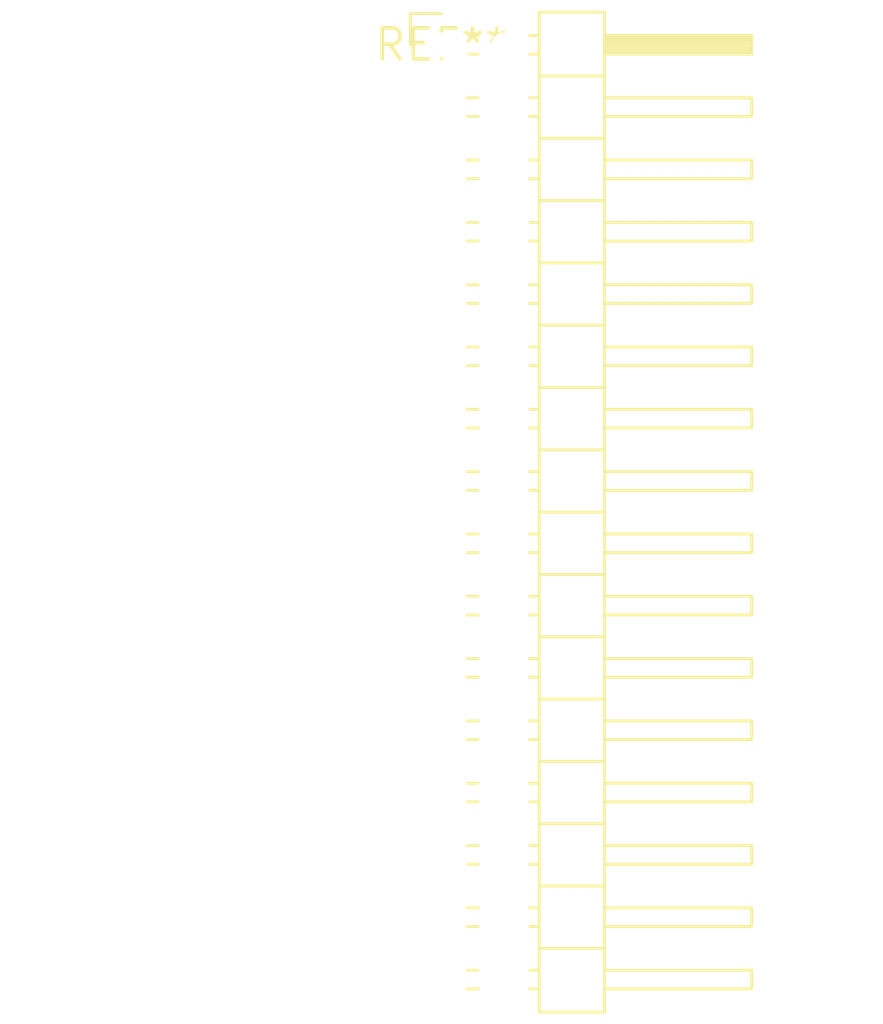
<source format=kicad_pcb>
(kicad_pcb (version 20240108) (generator pcbnew)
  (layers (0 "F.Cu" signal) (31 "B.Cu" signal) (34 "B.Paste" user) (35 "F.Paste" user) (36 "B.SilkS" user "B.Silkscreen") (37 "F.SilkS" user "F.Silkscreen") (38 "B.Mask" user) (39 "F.Mask" user) (44 "Edge.Cuts" user))
  (net 0 "")
  (footprint "PinHeader_2x16_P2.54mm_Horizontal" (layer "F.Cu") (at 0 0)
    (property "Reference" "REF**")
    (property "Value" "PinHeader_2x16_P2.54mm_Horizontal")
    (fp_line (start -1.27 -1.27) (end 0 -1.27) (layer "F.SilkS") (stroke (width 0.12)))
    (fp_line (start -1.27 0) (end -1.27 -1.27) (layer "F.SilkS") (stroke (width 0.12)))
    (fp_line (start 1.042929 2.16) (end 1.497071 2.16) (layer "F.SilkS") (stroke (width 0.12)))
    (fp_line (start 1.042929 2.92) (end 1.497071 2.92) (layer "F.SilkS") (stroke (width 0.12)))
    (fp_line (start 1.042929 4.7) (end 1.497071 4.7) (layer "F.SilkS") (stroke (width 0.12)))
    (fp_line (start 1.042929 5.46) (end 1.497071 5.46) (layer "F.SilkS") (stroke (width 0.12)))
    (fp_line (start 1.042929 7.24) (end 1.497071 7.24) (layer "F.SilkS") (stroke (width 0.12)))
    (fp_line (start 1.042929 8) (end 1.497071 8) (layer "F.SilkS") (stroke (width 0.12)))
    (fp_line (start 1.042929 9.78) (end 1.497071 9.78) (layer "F.SilkS") (stroke (width 0.12)))
    (fp_line (start 1.042929 10.54) (end 1.497071 10.54) (layer "F.SilkS") (stroke (width 0.12)))
    (fp_line (start 1.042929 12.32) (end 1.497071 12.32) (layer "F.SilkS") (stroke (width 0.12)))
    (fp_line (start 1.042929 13.08) (end 1.497071 13.08) (layer "F.SilkS") (stroke (width 0.12)))
    (fp_line (start 1.042929 14.86) (end 1.497071 14.86) (layer "F.SilkS") (stroke (width 0.12)))
    (fp_line (start 1.042929 15.62) (end 1.497071 15.62) (layer "F.SilkS") (stroke (width 0.12)))
    (fp_line (start 1.042929 17.4) (end 1.497071 17.4) (layer "F.SilkS") (stroke (width 0.12)))
    (fp_line (start 1.042929 18.16) (end 1.497071 18.16) (layer "F.SilkS") (stroke (width 0.12)))
    (fp_line (start 1.042929 19.94) (end 1.497071 19.94) (layer "F.SilkS") (stroke (width 0.12)))
    (fp_line (start 1.042929 20.7) (end 1.497071 20.7) (layer "F.SilkS") (stroke (width 0.12)))
    (fp_line (start 1.042929 22.48) (end 1.497071 22.48) (layer "F.SilkS") (stroke (width 0.12)))
    (fp_line (start 1.042929 23.24) (end 1.497071 23.24) (layer "F.SilkS") (stroke (width 0.12)))
    (fp_line (start 1.042929 25.02) (end 1.497071 25.02) (layer "F.SilkS") (stroke (width 0.12)))
    (fp_line (start 1.042929 25.78) (end 1.497071 25.78) (layer "F.SilkS") (stroke (width 0.12)))
    (fp_line (start 1.042929 27.56) (end 1.497071 27.56) (layer "F.SilkS") (stroke (width 0.12)))
    (fp_line (start 1.042929 28.32) (end 1.497071 28.32) (layer "F.SilkS") (stroke (width 0.12)))
    (fp_line (start 1.042929 30.1) (end 1.497071 30.1) (layer "F.SilkS") (stroke (width 0.12)))
    (fp_line (start 1.042929 30.86) (end 1.497071 30.86) (layer "F.SilkS") (stroke (width 0.12)))
    (fp_line (start 1.042929 32.64) (end 1.497071 32.64) (layer "F.SilkS") (stroke (width 0.12)))
    (fp_line (start 1.042929 33.4) (end 1.497071 33.4) (layer "F.SilkS") (stroke (width 0.12)))
    (fp_line (start 1.042929 35.18) (end 1.497071 35.18) (layer "F.SilkS") (stroke (width 0.12)))
    (fp_line (start 1.042929 35.94) (end 1.497071 35.94) (layer "F.SilkS") (stroke (width 0.12)))
    (fp_line (start 1.042929 37.72) (end 1.497071 37.72) (layer "F.SilkS") (stroke (width 0.12)))
    (fp_line (start 1.042929 38.48) (end 1.497071 38.48) (layer "F.SilkS") (stroke (width 0.12)))
    (fp_line (start 1.11 -0.38) (end 1.497071 -0.38) (layer "F.SilkS") (stroke (width 0.12)))
    (fp_line (start 1.11 0.38) (end 1.497071 0.38) (layer "F.SilkS") (stroke (width 0.12)))
    (fp_line (start 3.582929 -0.38) (end 3.98 -0.38) (layer "F.SilkS") (stroke (width 0.12)))
    (fp_line (start 3.582929 0.38) (end 3.98 0.38) (layer "F.SilkS") (stroke (width 0.12)))
    (fp_line (start 3.582929 2.16) (end 3.98 2.16) (layer "F.SilkS") (stroke (width 0.12)))
    (fp_line (start 3.582929 2.92) (end 3.98 2.92) (layer "F.SilkS") (stroke (width 0.12)))
    (fp_line (start 3.582929 4.7) (end 3.98 4.7) (layer "F.SilkS") (stroke (width 0.12)))
    (fp_line (start 3.582929 5.46) (end 3.98 5.46) (layer "F.SilkS") (stroke (width 0.12)))
    (fp_line (start 3.582929 7.24) (end 3.98 7.24) (layer "F.SilkS") (stroke (width 0.12)))
    (fp_line (start 3.582929 8) (end 3.98 8) (layer "F.SilkS") (stroke (width 0.12)))
    (fp_line (start 3.582929 9.78) (end 3.98 9.78) (layer "F.SilkS") (stroke (width 0.12)))
    (fp_line (start 3.582929 10.54) (end 3.98 10.54) (layer "F.SilkS") (stroke (width 0.12)))
    (fp_line (start 3.582929 12.32) (end 3.98 12.32) (layer "F.SilkS") (stroke (width 0.12)))
    (fp_line (start 3.582929 13.08) (end 3.98 13.08) (layer "F.SilkS") (stroke (width 0.12)))
    (fp_line (start 3.582929 14.86) (end 3.98 14.86) (layer "F.SilkS") (stroke (width 0.12)))
    (fp_line (start 3.582929 15.62) (end 3.98 15.62) (layer "F.SilkS") (stroke (width 0.12)))
    (fp_line (start 3.582929 17.4) (end 3.98 17.4) (layer "F.SilkS") (stroke (width 0.12)))
    (fp_line (start 3.582929 18.16) (end 3.98 18.16) (layer "F.SilkS") (stroke (width 0.12)))
    (fp_line (start 3.582929 19.94) (end 3.98 19.94) (layer "F.SilkS") (stroke (width 0.12)))
    (fp_line (start 3.582929 20.7) (end 3.98 20.7) (layer "F.SilkS") (stroke (width 0.12)))
    (fp_line (start 3.582929 22.48) (end 3.98 22.48) (layer "F.SilkS") (stroke (width 0.12)))
    (fp_line (start 3.582929 23.24) (end 3.98 23.24) (layer "F.SilkS") (stroke (width 0.12)))
    (fp_line (start 3.582929 25.02) (end 3.98 25.02) (layer "F.SilkS") (stroke (width 0.12)))
    (fp_line (start 3.582929 25.78) (end 3.98 25.78) (layer "F.SilkS") (stroke (width 0.12)))
    (fp_line (start 3.582929 27.56) (end 3.98 27.56) (layer "F.SilkS") (stroke (width 0.12)))
    (fp_line (start 3.582929 28.32) (end 3.98 28.32) (layer "F.SilkS") (stroke (width 0.12)))
    (fp_line (start 3.582929 30.1) (end 3.98 30.1) (layer "F.SilkS") (stroke (width 0.12)))
    (fp_line (start 3.582929 30.86) (end 3.98 30.86) (layer "F.SilkS") (stroke (width 0.12)))
    (fp_line (start 3.582929 32.64) (end 3.98 32.64) (layer "F.SilkS") (stroke (width 0.12)))
    (fp_line (start 3.582929 33.4) (end 3.98 33.4) (layer "F.SilkS") (stroke (width 0.12)))
    (fp_line (start 3.582929 35.18) (end 3.98 35.18) (layer "F.SilkS") (stroke (width 0.12)))
    (fp_line (start 3.582929 35.94) (end 3.98 35.94) (layer "F.SilkS") (stroke (width 0.12)))
    (fp_line (start 3.582929 37.72) (end 3.98 37.72) (layer "F.SilkS") (stroke (width 0.12)))
    (fp_line (start 3.582929 38.48) (end 3.98 38.48) (layer "F.SilkS") (stroke (width 0.12)))
    (fp_line (start 3.98 -1.33) (end 3.98 39.43) (layer "F.SilkS") (stroke (width 0.12)))
    (fp_line (start 3.98 1.27) (end 6.64 1.27) (layer "F.SilkS") (stroke (width 0.12)))
    (fp_line (start 3.98 3.81) (end 6.64 3.81) (layer "F.SilkS") (stroke (width 0.12)))
    (fp_line (start 3.98 6.35) (end 6.64 6.35) (layer "F.SilkS") (stroke (width 0.12)))
    (fp_line (start 3.98 8.89) (end 6.64 8.89) (layer "F.SilkS") (stroke (width 0.12)))
    (fp_line (start 3.98 11.43) (end 6.64 11.43) (layer "F.SilkS") (stroke (width 0.12)))
    (fp_line (start 3.98 13.97) (end 6.64 13.97) (layer "F.SilkS") (stroke (width 0.12)))
    (fp_line (start 3.98 16.51) (end 6.64 16.51) (layer "F.SilkS") (stroke (width 0.12)))
    (fp_line (start 3.98 19.05) (end 6.64 19.05) (layer "F.SilkS") (stroke (width 0.12)))
    (fp_line (start 3.98 21.59) (end 6.64 21.59) (layer "F.SilkS") (stroke (width 0.12)))
    (fp_line (start 3.98 24.13) (end 6.64 24.13) (layer "F.SilkS") (stroke (width 0.12)))
    (fp_line (start 3.98 26.67) (end 6.64 26.67) (layer "F.SilkS") (stroke (width 0.12)))
    (fp_line (start 3.98 29.21) (end 6.64 29.21) (layer "F.SilkS") (stroke (width 0.12)))
    (fp_line (start 3.98 31.75) (end 6.64 31.75) (layer "F.SilkS") (stroke (width 0.12)))
    (fp_line (start 3.98 34.29) (end 6.64 34.29) (layer "F.SilkS") (stroke (width 0.12)))
    (fp_line (start 3.98 36.83) (end 6.64 36.83) (layer "F.SilkS") (stroke (width 0.12)))
    (fp_line (start 3.98 39.43) (end 6.64 39.43) (layer "F.SilkS") (stroke (width 0.12)))
    (fp_line (start 6.64 -1.33) (end 3.98 -1.33) (layer "F.SilkS") (stroke (width 0.12)))
    (fp_line (start 6.64 -0.38) (end 12.64 -0.38) (layer "F.SilkS") (stroke (width 0.12)))
    (fp_line (start 6.64 -0.32) (end 12.64 -0.32) (layer "F.SilkS") (stroke (width 0.12)))
    (fp_line (start 6.64 -0.2) (end 12.64 -0.2) (layer "F.SilkS") (stroke (width 0.12)))
    (fp_line (start 6.64 -0.08) (end 12.64 -0.08) (layer "F.SilkS") (stroke (width 0.12)))
    (fp_line (start 6.64 0.04) (end 12.64 0.04) (layer "F.SilkS") (stroke (width 0.12)))
    (fp_line (start 6.64 0.16) (end 12.64 0.16) (layer "F.SilkS") (stroke (width 0.12)))
    (fp_line (start 6.64 0.28) (end 12.64 0.28) (layer "F.SilkS") (stroke (width 0.12)))
    (fp_line (start 6.64 2.16) (end 12.64 2.16) (layer "F.SilkS") (stroke (width 0.12)))
    (fp_line (start 6.64 4.7) (end 12.64 4.7) (layer "F.SilkS") (stroke (width 0.12)))
    (fp_line (start 6.64 7.24) (end 12.64 7.24) (layer "F.SilkS") (stroke (width 0.12)))
    (fp_line (start 6.64 9.78) (end 12.64 9.78) (layer "F.SilkS") (stroke (width 0.12)))
    (fp_line (start 6.64 12.32) (end 12.64 12.32) (layer "F.SilkS") (stroke (width 0.12)))
    (fp_line (start 6.64 14.86) (end 12.64 14.86) (layer "F.SilkS") (stroke (width 0.12)))
    (fp_line (start 6.64 17.4) (end 12.64 17.4) (layer "F.SilkS") (stroke (width 0.12)))
    (fp_line (start 6.64 19.94) (end 12.64 19.94) (layer "F.SilkS") (stroke (width 0.12)))
    (fp_line (start 6.64 22.48) (end 12.64 22.48) (layer "F.SilkS") (stroke (width 0.12)))
    (fp_line (start 6.64 25.02) (end 12.64 25.02) (layer "F.SilkS") (stroke (width 0.12)))
    (fp_line (start 6.64 27.56) (end 12.64 27.56) (layer "F.SilkS") (stroke (width 0.12)))
    (fp_line (start 6.64 30.1) (end 12.64 30.1) (layer "F.SilkS") (stroke (width 0.12)))
    (fp_line (start 6.64 32.64) (end 12.64 32.64) (layer "F.SilkS") (stroke (width 0.12)))
    (fp_line (start 6.64 35.18) (end 12.64 35.18) (layer "F.SilkS") (stroke (width 0.12)))
    (fp_line (start 6.64 37.72) (end 12.64 37.72) (layer "F.SilkS") (stroke (width 0.12)))
    (fp_line (start 6.64 39.43) (end 6.64 -1.33) (layer "F.SilkS") (stroke (width 0.12)))
    (fp_line (start 12.64 -0.38) (end 12.64 0.38) (layer "F.SilkS") (stroke (width 0.12)))
    (fp_line (start 12.64 0.38) (end 6.64 0.38) (layer "F.SilkS") (stroke (width 0.12)))
    (fp_line (start 12.64 2.16) (end 12.64 2.92) (layer "F.SilkS") (stroke (width 0.12)))
    (fp_line (start 12.64 2.92) (end 6.64 2.92) (layer "F.SilkS") (stroke (width 0.12)))
    (fp_line (start 12.64 4.7) (end 12.64 5.46) (layer "F.SilkS") (stroke (width 0.12)))
    (fp_line (start 12.64 5.46) (end 6.64 5.46) (layer "F.SilkS") (stroke (width 0.12)))
    (fp_line (start 12.64 7.24) (end 12.64 8) (layer "F.SilkS") (stroke (width 0.12)))
    (fp_line (start 12.64 8) (end 6.64 8) (layer "F.SilkS") (stroke (width 0.12)))
    (fp_line (start 12.64 9.78) (end 12.64 10.54) (layer "F.SilkS") (stroke (width 0.12)))
    (fp_line (start 12.64 10.54) (end 6.64 10.54) (layer "F.SilkS") (stroke (width 0.12)))
    (fp_line (start 12.64 12.32) (end 12.64 13.08) (layer "F.SilkS") (stroke (width 0.12)))
    (fp_line (start 12.64 13.08) (end 6.64 13.08) (layer "F.SilkS") (stroke (width 0.12)))
    (fp_line (start 12.64 14.86) (end 12.64 15.62) (layer "F.SilkS") (stroke (width 0.12)))
    (fp_line (start 12.64 15.62) (end 6.64 15.62) (layer "F.SilkS") (stroke (width 0.12)))
    (fp_line (start 12.64 17.4) (end 12.64 18.16) (layer "F.SilkS") (stroke (width 0.12)))
    (fp_line (start 12.64 18.16) (end 6.64 18.16) (layer "F.SilkS") (stroke (width 0.12)))
    (fp_line (start 12.64 19.94) (end 12.64 20.7) (layer "F.SilkS") (stroke (width 0.12)))
    (fp_line (start 12.64 20.7) (end 6.64 20.7) (layer "F.SilkS") (stroke (width 0.12)))
    (fp_line (start 12.64 22.48) (end 12.64 23.24) (layer "F.SilkS") (stroke (width 0.12)))
    (fp_line (start 12.64 23.24) (end 6.64 23.24) (layer "F.SilkS") (stroke (width 0.12)))
    (fp_line (start 12.64 25.02) (end 12.64 25.78) (layer "F.SilkS") (stroke (width 0.12)))
    (fp_line (start 12.64 25.78) (end 6.64 25.78) (layer "F.SilkS") (stroke (width 0.12)))
    (fp_line (start 12.64 27.56) (end 12.64 28.32) (layer "F.SilkS") (stroke (width 0.12)))
    (fp_line (start 12.64 28.32) (end 6.64 28.32) (layer "F.SilkS") (stroke (width 0.12)))
    (fp_line (start 12.64 30.1) (end 12.64 30.86) (layer "F.SilkS") (stroke (width 0.12)))
    (fp_line (start 12.64 30.86) (end 6.64 30.86) (layer "F.SilkS") (stroke (width 0.12)))
    (fp_line (start 12.64 32.64) (end 12.64 33.4) (layer "F.SilkS") (stroke (width 0.12)))
    (fp_line (start 12.64 33.4) (end 6.64 33.4) (layer "F.SilkS") (stroke (width 0.12)))
    (fp_line (start 12.64 35.18) (end 12.64 35.94) (layer "F.SilkS") (stroke (width 0.12)))
    (fp_line (start 12.64 35.94) (end 6.64 35.94) (layer "F.SilkS") (stroke (width 0.12)))
    (fp_line (start 12.64 37.72) (end 12.64 38.48) (layer "F.SilkS") (stroke (width 0.12)))
    (fp_line (start 12.64 38.48) (end 6.64 38.48) (layer "F.SilkS") (stroke (width 0.12)))
    (pad "1" thru_hole rect (at 0 0) (size 1.7 1.7) (drill 1) (layers *.Cu *.Mask) (remove_unused_layers))
    (pad "2" thru_hole oval (at 2.54 0) (size 1.7 1.7) (drill 1) (layers *.Cu *.Mask) (remove_unused_layers))
    (pad "3" thru_hole oval (at 0 2.54) (size 1.7 1.7) (drill 1) (layers *.Cu *.Mask) (remove_unused_layers))
    (pad "4" thru_hole oval (at 2.54 2.54) (size 1.7 1.7) (drill 1) (layers *.Cu *.Mask) (remove_unused_layers))
    (pad "5" thru_hole oval (at 0 5.08) (size 1.7 1.7) (drill 1) (layers *.Cu *.Mask) (remove_unused_layers))
    (pad "6" thru_hole oval (at 2.54 5.08) (size 1.7 1.7) (drill 1) (layers *.Cu *.Mask) (remove_unused_layers))
    (pad "7" thru_hole oval (at 0 7.62) (size 1.7 1.7) (drill 1) (layers *.Cu *.Mask) (remove_unused_layers))
    (pad "8" thru_hole oval (at 2.54 7.62) (size 1.7 1.7) (drill 1) (layers *.Cu *.Mask) (remove_unused_layers))
    (pad "9" thru_hole oval (at 0 10.16) (size 1.7 1.7) (drill 1) (layers *.Cu *.Mask) (remove_unused_layers))
    (pad "10" thru_hole oval (at 2.54 10.16) (size 1.7 1.7) (drill 1) (layers *.Cu *.Mask) (remove_unused_layers))
    (pad "11" thru_hole oval (at 0 12.7) (size 1.7 1.7) (drill 1) (layers *.Cu *.Mask) (remove_unused_layers))
    (pad "12" thru_hole oval (at 2.54 12.7) (size 1.7 1.7) (drill 1) (layers *.Cu *.Mask) (remove_unused_layers))
    (pad "13" thru_hole oval (at 0 15.24) (size 1.7 1.7) (drill 1) (layers *.Cu *.Mask) (remove_unused_layers))
    (pad "14" thru_hole oval (at 2.54 15.24) (size 1.7 1.7) (drill 1) (layers *.Cu *.Mask) (remove_unused_layers))
    (pad "15" thru_hole oval (at 0 17.78) (size 1.7 1.7) (drill 1) (layers *.Cu *.Mask) (remove_unused_layers))
    (pad "16" thru_hole oval (at 2.54 17.78) (size 1.7 1.7) (drill 1) (layers *.Cu *.Mask) (remove_unused_layers))
    (pad "17" thru_hole oval (at 0 20.32) (size 1.7 1.7) (drill 1) (layers *.Cu *.Mask) (remove_unused_layers))
    (pad "18" thru_hole oval (at 2.54 20.32) (size 1.7 1.7) (drill 1) (layers *.Cu *.Mask) (remove_unused_layers))
    (pad "19" thru_hole oval (at 0 22.86) (size 1.7 1.7) (drill 1) (layers *.Cu *.Mask) (remove_unused_layers))
    (pad "20" thru_hole oval (at 2.54 22.86) (size 1.7 1.7) (drill 1) (layers *.Cu *.Mask) (remove_unused_layers))
    (pad "21" thru_hole oval (at 0 25.4) (size 1.7 1.7) (drill 1) (layers *.Cu *.Mask) (remove_unused_layers))
    (pad "22" thru_hole oval (at 2.54 25.4) (size 1.7 1.7) (drill 1) (layers *.Cu *.Mask) (remove_unused_layers))
    (pad "23" thru_hole oval (at 0 27.94) (size 1.7 1.7) (drill 1) (layers *.Cu *.Mask) (remove_unused_layers))
    (pad "24" thru_hole oval (at 2.54 27.94) (size 1.7 1.7) (drill 1) (layers *.Cu *.Mask) (remove_unused_layers))
    (pad "25" thru_hole oval (at 0 30.48) (size 1.7 1.7) (drill 1) (layers *.Cu *.Mask) (remove_unused_layers))
    (pad "26" thru_hole oval (at 2.54 30.48) (size 1.7 1.7) (drill 1) (layers *.Cu *.Mask) (remove_unused_layers))
    (pad "27" thru_hole oval (at 0 33.02) (size 1.7 1.7) (drill 1) (layers *.Cu *.Mask) (remove_unused_layers))
    (pad "28" thru_hole oval (at 2.54 33.02) (size 1.7 1.7) (drill 1) (layers *.Cu *.Mask) (remove_unused_layers))
    (pad "29" thru_hole oval (at 0 35.56) (size 1.7 1.7) (drill 1) (layers *.Cu *.Mask) (remove_unused_layers))
    (pad "30" thru_hole oval (at 2.54 35.56) (size 1.7 1.7) (drill 1) (layers *.Cu *.Mask) (remove_unused_layers))
    (pad "31" thru_hole oval (at 0 38.1) (size 1.7 1.7) (drill 1) (layers *.Cu *.Mask) (remove_unused_layers))
    (pad "32" thru_hole oval (at 2.54 38.1) (size 1.7 1.7) (drill 1) (layers *.Cu *.Mask) (remove_unused_layers))
  )
)
</source>
